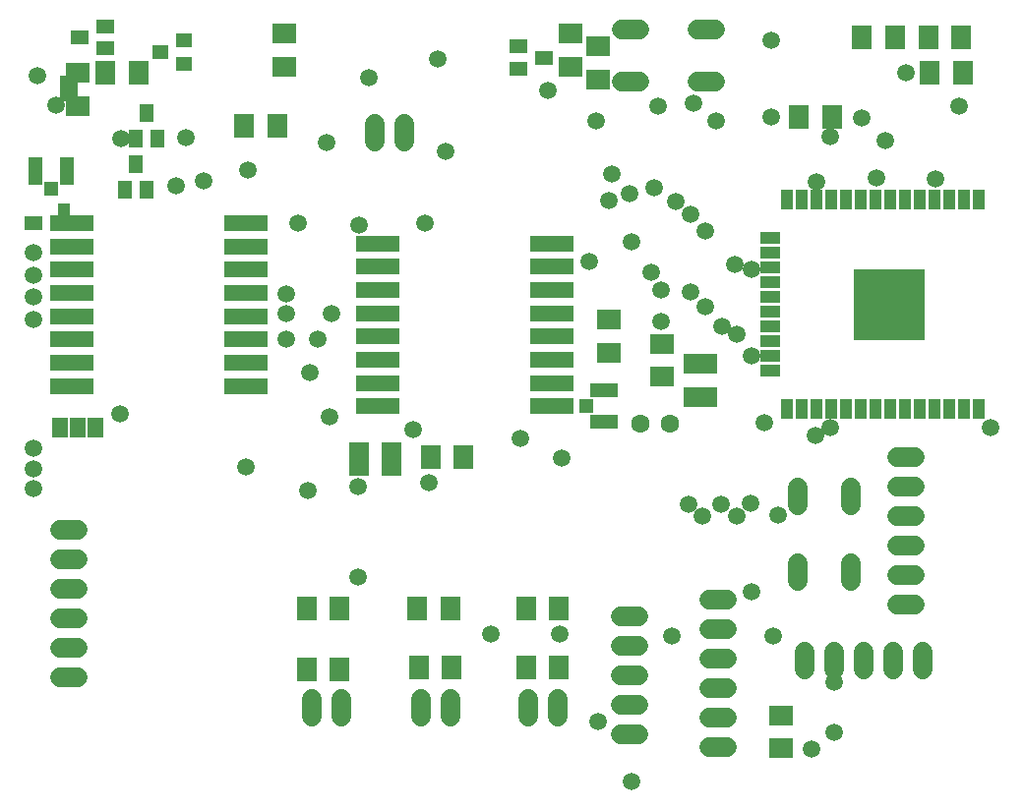
<source format=gbr>
G04 EAGLE Gerber X2 export*
%TF.Part,Single*%
%TF.FileFunction,Soldermask,Top,1*%
%TF.FilePolarity,Negative*%
%TF.GenerationSoftware,Autodesk,EAGLE,9.6.2*%
%TF.CreationDate,2021-03-19T10:26:59Z*%
G75*
%MOMM*%
%FSLAX34Y34*%
%LPD*%
%INSoldermask Top*%
%AMOC8*
5,1,8,0,0,1.08239X$1,22.5*%
G01*
%ADD10R,1.587500X1.270000*%
%ADD11R,1.111250X1.270000*%
%ADD12R,1.587500X2.222500*%
%ADD13R,1.103200X1.703200*%
%ADD14R,1.703200X1.103200*%
%ADD15R,6.203200X6.203200*%
%ADD16R,2.006200X1.803200*%
%ADD17C,1.727200*%
%ADD18R,1.803200X2.006200*%
%ADD19R,1.203200X1.603200*%
%ADD20R,1.603200X1.203200*%
%ADD21R,1.403200X1.203200*%
%ADD22R,1.371600X1.803400*%
%ADD23R,1.253200X2.403200*%
%ADD24R,1.203200X1.253200*%
%ADD25R,3.803200X1.403200*%
%ADD26R,2.003200X1.803200*%
%ADD27R,2.903200X1.803200*%
%ADD28R,2.403200X1.253200*%
%ADD29R,1.253200X1.203200*%
%ADD30R,1.803200X2.003200*%
%ADD31R,1.803200X2.903200*%
%ADD32C,1.603200*%
%ADD33C,1.503200*%


D10*
X228600Y465138D03*
D11*
X254794Y476250D03*
D12*
X258763Y581025D03*
D13*
X1042300Y485363D03*
X1029600Y485363D03*
X1016900Y485363D03*
X1004200Y485363D03*
X991500Y485363D03*
X978800Y485363D03*
X966100Y485363D03*
X953400Y485363D03*
X940700Y485363D03*
X928000Y485363D03*
X915300Y485363D03*
X902600Y485363D03*
X889900Y485363D03*
X877200Y485363D03*
D14*
X862300Y452513D03*
X862300Y439813D03*
X862300Y427113D03*
X862300Y414413D03*
X862300Y401713D03*
X862300Y389013D03*
X862300Y376313D03*
X862300Y363613D03*
X862300Y350913D03*
X862300Y338213D03*
D13*
X877200Y305363D03*
X889900Y305363D03*
X902600Y305363D03*
X915300Y305363D03*
X928000Y305363D03*
X940700Y305363D03*
X953400Y305363D03*
X966100Y305363D03*
X978800Y305363D03*
X991500Y305363D03*
X1004200Y305363D03*
X1016900Y305363D03*
X1029600Y305363D03*
X1042300Y305363D03*
D15*
X965300Y395363D03*
D16*
X714375Y589030D03*
X714375Y617470D03*
D17*
X799592Y586994D02*
X814832Y586994D01*
X814832Y632206D02*
X799592Y632206D01*
X749808Y586994D02*
X734568Y586994D01*
X734568Y632206D02*
X749808Y632206D01*
X931926Y237300D02*
X931926Y222060D01*
X886714Y222060D02*
X886714Y237300D01*
X931926Y172276D02*
X931926Y157036D01*
X886714Y157036D02*
X886714Y172276D01*
D16*
X444500Y600143D03*
X444500Y628583D03*
D18*
X409643Y549275D03*
X438083Y549275D03*
D19*
X325942Y560396D03*
X335442Y538396D03*
X316442Y538396D03*
D17*
X266383Y201613D02*
X251143Y201613D01*
X251143Y176213D02*
X266383Y176213D01*
X266383Y150813D02*
X251143Y150813D01*
X251143Y125413D02*
X266383Y125413D01*
X266383Y100013D02*
X251143Y100013D01*
X251143Y74613D02*
X266383Y74613D01*
D16*
X690563Y600143D03*
X690563Y628583D03*
D20*
X268400Y625475D03*
X290400Y634975D03*
X290400Y615975D03*
D18*
X319020Y595313D03*
X290580Y595313D03*
D16*
X266877Y594976D03*
X266877Y566536D03*
D20*
X646225Y617513D03*
X646225Y598513D03*
X668225Y608013D03*
D17*
X971868Y136525D02*
X987108Y136525D01*
X987108Y161925D02*
X971868Y161925D01*
X971868Y187325D02*
X987108Y187325D01*
X987108Y212725D02*
X971868Y212725D01*
X971868Y238125D02*
X987108Y238125D01*
X987108Y263525D02*
X971868Y263525D01*
X522288Y535305D02*
X522288Y550545D01*
X547688Y550545D02*
X547688Y535305D01*
X993775Y96520D02*
X993775Y81280D01*
X968375Y81280D02*
X968375Y96520D01*
X942975Y96520D02*
X942975Y81280D01*
X917575Y81280D02*
X917575Y96520D01*
X892175Y96520D02*
X892175Y81280D01*
D19*
X316645Y516416D03*
X326145Y494416D03*
X307145Y494416D03*
D21*
X337663Y612775D03*
X357663Y602775D03*
X357663Y622775D03*
D22*
X251460Y288925D03*
X266700Y288925D03*
X281940Y288925D03*
D23*
X257293Y510251D03*
X229793Y510251D03*
D24*
X243543Y495001D03*
D25*
X411550Y325288D03*
X411550Y345288D03*
X261550Y325288D03*
X411550Y365288D03*
X411550Y385288D03*
X411550Y405288D03*
X411550Y425288D03*
X411550Y445288D03*
X411550Y465288D03*
X261550Y345288D03*
X261550Y365288D03*
X261550Y385288D03*
X261550Y405288D03*
X261550Y425288D03*
X261550Y445288D03*
X261550Y465288D03*
D26*
X769190Y361091D03*
X769190Y333091D03*
D27*
X802858Y343994D03*
X802858Y315994D03*
D28*
X719138Y294225D03*
X719138Y321725D03*
D29*
X703888Y307975D03*
D25*
X525075Y447825D03*
X525075Y427825D03*
X675075Y447825D03*
X525075Y407825D03*
X525075Y387825D03*
X525075Y367825D03*
X525075Y347825D03*
X525075Y327825D03*
X525075Y307825D03*
X675075Y427825D03*
X675075Y407825D03*
X675075Y387825D03*
X675075Y367825D03*
X675075Y347825D03*
X675075Y327825D03*
X675075Y307825D03*
D30*
X570200Y263525D03*
X598200Y263525D03*
D31*
X508288Y261938D03*
X536288Y261938D03*
D18*
X941455Y625475D03*
X969895Y625475D03*
X1027045Y625475D03*
X998605Y625475D03*
X1000193Y595313D03*
X1028633Y595313D03*
X915920Y557213D03*
X887480Y557213D03*
D16*
X724041Y382410D03*
X724041Y353970D03*
D32*
X776309Y292802D03*
X750909Y292802D03*
D17*
X561975Y55245D02*
X561975Y40005D01*
X587375Y40005D02*
X587375Y55245D01*
D30*
X560675Y82550D03*
X588675Y82550D03*
D18*
X558868Y133350D03*
X587308Y133350D03*
D17*
X654050Y55245D02*
X654050Y40005D01*
X679450Y40005D02*
X679450Y55245D01*
D30*
X652750Y82550D03*
X680750Y82550D03*
D18*
X652530Y133350D03*
X680970Y133350D03*
D17*
X809943Y14288D02*
X825183Y14288D01*
X825183Y39688D02*
X809943Y39688D01*
X809943Y65088D02*
X825183Y65088D01*
X825183Y90488D02*
X809943Y90488D01*
X809943Y115888D02*
X825183Y115888D01*
X825183Y141288D02*
X809943Y141288D01*
X748983Y127000D02*
X733743Y127000D01*
X733743Y101600D02*
X748983Y101600D01*
X748983Y76200D02*
X733743Y76200D01*
X733743Y50800D02*
X748983Y50800D01*
X748983Y25400D02*
X733743Y25400D01*
X468313Y40005D02*
X468313Y55245D01*
X493713Y55245D02*
X493713Y40005D01*
D30*
X463838Y80963D03*
X491838Y80963D03*
D18*
X463618Y133350D03*
X492058Y133350D03*
D26*
X871538Y12988D03*
X871538Y40988D03*
D33*
X898525Y12700D03*
X411163Y255588D03*
X464811Y234962D03*
X508786Y463980D03*
X456182Y465261D03*
X303418Y538163D03*
X351068Y497576D03*
X228274Y439750D03*
X228274Y420700D03*
X228274Y401650D03*
X228274Y382600D03*
X228274Y271475D03*
X228274Y254012D03*
X228274Y236550D03*
X742950Y449263D03*
X741363Y490538D03*
X857250Y293688D03*
X869795Y214313D03*
X555625Y287338D03*
X466725Y336550D03*
X473075Y365125D03*
X446088Y365125D03*
X565150Y465138D03*
X1052513Y288925D03*
X446088Y404813D03*
X647241Y279694D03*
X485099Y387350D03*
X446088Y387350D03*
X481013Y534988D03*
X1025157Y566525D03*
X768939Y380796D03*
X768736Y407939D03*
X723423Y484801D03*
X583258Y527086D03*
X359935Y539531D03*
X302667Y301360D03*
X763110Y495621D03*
X765954Y566445D03*
X517525Y590550D03*
X576263Y606425D03*
X412750Y511175D03*
X508000Y238125D03*
X508000Y160338D03*
X622300Y111125D03*
X681038Y111125D03*
X714375Y36513D03*
X569152Y242029D03*
X374746Y501945D03*
X247895Y567044D03*
X979213Y595094D03*
X941388Y555625D03*
X671513Y579382D03*
X962025Y536575D03*
X816071Y553310D03*
X712788Y553157D03*
X914400Y289200D03*
X777875Y109538D03*
X901262Y282636D03*
X796925Y568325D03*
X781050Y484188D03*
X760413Y423168D03*
X231774Y592867D03*
X726501Y507841D03*
X865188Y109538D03*
X846138Y147638D03*
X845983Y223838D03*
X846138Y350838D03*
X706669Y432508D03*
X742950Y-15875D03*
X917575Y26988D03*
X917575Y69850D03*
X792331Y223181D03*
X914400Y539750D03*
X793750Y406400D03*
X794172Y472954D03*
X863460Y622959D03*
X863600Y557213D03*
X820631Y223619D03*
X820738Y376238D03*
X831850Y430213D03*
X954088Y504698D03*
X833769Y212725D03*
X833877Y369888D03*
X846138Y425450D03*
X902320Y501047D03*
X804262Y213219D03*
X806450Y393700D03*
X806450Y458788D03*
X1004888Y503238D03*
X482950Y298886D03*
X682705Y263007D03*
M02*

</source>
